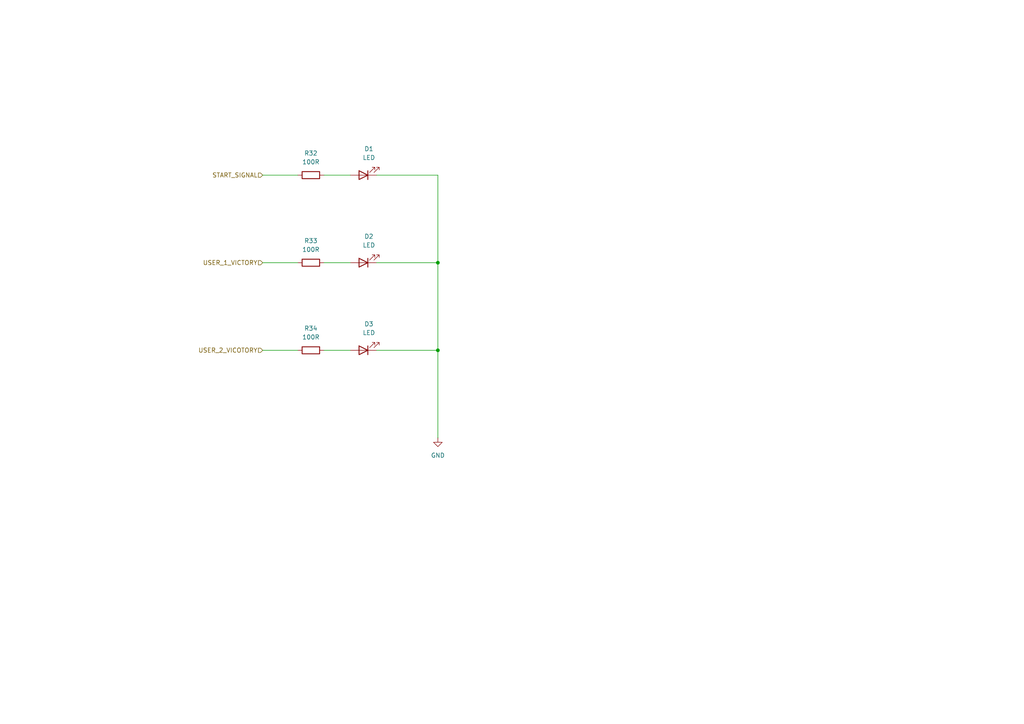
<source format=kicad_sch>
(kicad_sch (version 20231120) (generator "eeschema") (generator_version "8.0")
  (paper "A4")
  (lib_symbols
    (symbol "Device:LED" (pin_numbers hide) (pin_names (offset 1.016) hide)
      (property "Reference" "D" (at 0 2.54 0))
      (property "Value" "LED" (at 0 -2.54 0))
      (symbol "LED_0_1"
        (polyline (pts (xy -1.27 -1.27) (xy -1.27 1.27)) (stroke (width 0.254)))
        (polyline (pts (xy -1.27 0) (xy 1.27 0)))
        (polyline (pts (xy 1.27 -1.27) (xy 1.27 1.27) (xy -1.27 0) (xy 1.27 -1.27)) (stroke (width 0.254)))
        (polyline (pts (xy -3.048 -0.762) (xy -4.572 -2.286) (xy -3.81 -2.286) (xy -4.572 -2.286) (xy -4.572 -1.524)))
        (polyline (pts (xy -1.778 -0.762) (xy -3.302 -2.286) (xy -2.54 -2.286) (xy -3.302 -2.286) (xy -3.302 -1.524)))
      )
      (symbol "LED_1_1"
        (pin passive line (at -3.81 0 0) (length 2.54) (name "K") (number "1"))
        (pin passive line (at 3.81 0 180) (length 2.54) (name "A") (number "2"))
      )
    )
    (symbol "Device:R" (pin_numbers hide) (pin_names (offset 0))
      (property "Reference" "R" (at 2.032 0 90))
      (property "Value" "R" (at 0 0 90))
      (symbol "R_0_1"
        (rectangle (start -1.016 -2.54) (end 1.016 2.54) (stroke (width 0.254)))
      )
      (symbol "R_1_1"
        (pin passive line (at 0 3.81 270) (length 1.27) (name "~") (number "1"))
        (pin passive line (at 0 -3.81 90) (length 1.27) (name "~") (number "2"))
      )
    )
    (symbol "power:GND" (power) (pin_numbers hide) (pin_names (offset 0) hide)
      (property "Value" "GND" (at 0 -3.81 0))
      (symbol "GND_0_1"
        (polyline (pts (xy 0 0) (xy 0 -1.27) (xy 1.27 -1.27) (xy 0 -2.54) (xy -1.27 -1.27) (xy 0 -1.27)))
      )
      (symbol "GND_1_1"
        (pin power_in line (at 0 0 270) (length 0) (name "~") (number "1"))
      )
    )
  )
  (junction (at 127 76.2))
  (junction (at 127 101.6))
  (wire (pts (xy 127 50.8) (xy 109.22 50.8)))
  (wire (pts (xy 93.98 50.8) (xy 101.6 50.8)))
  (wire (pts (xy 76.2 101.6) (xy 86.36 101.6)))
  (wire (pts (xy 127 101.6) (xy 127 76.2)))
  (wire (pts (xy 109.22 76.2) (xy 127 76.2)))
  (wire (pts (xy 76.2 76.2) (xy 86.36 76.2)))
  (wire (pts (xy 109.22 101.6) (xy 127 101.6)))
  (wire (pts (xy 127 101.6) (xy 127 127)))
  (wire (pts (xy 127 76.2) (xy 127 50.8)))
  (wire (pts (xy 93.98 101.6) (xy 101.6 101.6)))
  (wire (pts (xy 76.2 50.8) (xy 86.36 50.8)))
  (wire (pts (xy 93.98 76.2) (xy 101.6 76.2)))
  (hierarchical_label "USER_2_VICOTORY" (shape input) (at 76.2 101.6 180))
  (hierarchical_label "USER_1_VICTORY" (shape input) (at 76.2 76.2 180))
  (hierarchical_label "START_SIGNAL" (shape input) (at 76.2 50.8 180))
  (symbol (lib_id "Device:R") (at 90.17 101.6 90) (unit 1)
    (property "Reference" "R34" (at 90.17 95.25 90))
    (property "Value" "100R" (at 90.17 97.79 90))
    (property "Footprint" "Resistor_THT:R_Axial_DIN0207_L6.3mm_D2.5mm_P10.16mm_Horizontal" (effects (hide yes)))
    (property "Description" "Resistor" (effects (hide yes)))
  )
  (symbol (lib_id "Device:LED") (at 105.41 101.6 180) (unit 1)
    (property "Reference" "D3" (at 106.9975 93.98 0))
    (property "Value" "LED" (at 106.9975 96.52 0))
    (property "Footprint" "LED_THT:LED_D4.0mm" (effects (hide yes)))
    (property "Description" "Light emitting diode" (effects (hide yes)))
  )
  (symbol (lib_id "Device:R") (at 90.17 76.2 90) (unit 1)
    (property "Reference" "R33" (at 90.17 69.85 90))
    (property "Value" "100R" (at 90.17 72.39 90))
    (property "Footprint" "Resistor_THT:R_Axial_DIN0207_L6.3mm_D2.5mm_P10.16mm_Horizontal" (effects (hide yes)))
    (property "Description" "Resistor" (effects (hide yes)))
  )
  (symbol (lib_id "Device:LED") (at 105.41 76.2 180) (unit 1)
    (property "Reference" "D2" (at 106.9975 68.58 0))
    (property "Value" "LED" (at 106.9975 71.12 0))
    (property "Footprint" "LED_THT:LED_D4.0mm" (effects (hide yes)))
    (property "Description" "Light emitting diode" (effects (hide yes)))
  )
  (symbol (lib_id "Device:LED") (at 105.41 50.8 180) (unit 1)
    (property "Reference" "D1" (at 106.9975 43.18 0))
    (property "Value" "LED" (at 106.9975 45.72 0))
    (property "Footprint" "LED_THT:LED_D4.0mm" (effects (hide yes)))
    (property "Description" "Light emitting diode" (effects (hide yes)))
  )
  (symbol (lib_id "power:GND") (at 127 127 0) (unit 1)
    (property "Reference" "#PWR030" (effects (hide yes)))
    (property "Value" "GND" (at 127 132.08 0))
    (property "Description" "Power symbol creates a global label with name \"GND\" , ground" (effects (hide yes)))
  )
  (symbol (lib_id "Device:R") (at 90.17 50.8 90) (unit 1)
    (property "Reference" "R32" (at 90.17 44.45 90))
    (property "Value" "100R" (at 90.17 46.99 90))
    (property "Footprint" "Resistor_THT:R_Axial_DIN0207_L6.3mm_D2.5mm_P10.16mm_Horizontal" (effects (hide yes)))
    (property "Description" "Resistor" (effects (hide yes)))
  )
)
</source>
